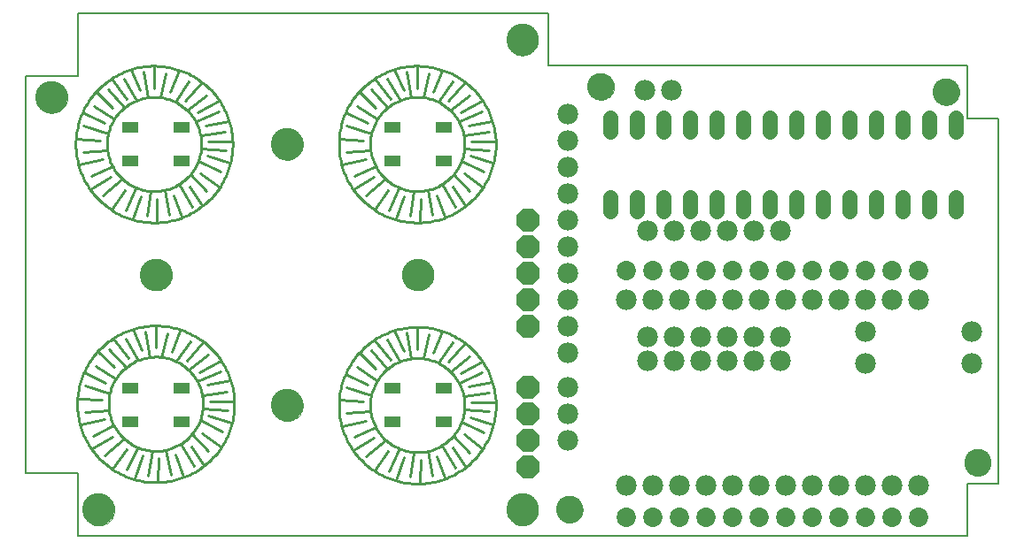
<source format=gts>
G75*
%MOIN*%
%OFA0B0*%
%FSLAX24Y24*%
%IPPOS*%
%LPD*%
%AMOC8*
5,1,8,0,0,1.08239X$1,22.5*
%
%ADD10C,0.0000*%
%ADD11C,0.1221*%
%ADD12C,0.1024*%
%ADD13C,0.0080*%
%ADD14C,0.0100*%
%ADD15OC8,0.0890*%
%ADD16R,0.0631X0.0434*%
%ADD17C,0.0560*%
%ADD18C,0.0780*%
%ADD19C,0.0730*%
D10*
X002665Y001484D02*
X002667Y001532D01*
X002673Y001580D01*
X002683Y001627D01*
X002696Y001673D01*
X002714Y001718D01*
X002734Y001762D01*
X002759Y001804D01*
X002787Y001843D01*
X002817Y001880D01*
X002851Y001914D01*
X002888Y001946D01*
X002926Y001975D01*
X002967Y002000D01*
X003010Y002022D01*
X003055Y002040D01*
X003101Y002054D01*
X003148Y002065D01*
X003196Y002072D01*
X003244Y002075D01*
X003292Y002074D01*
X003340Y002069D01*
X003388Y002060D01*
X003434Y002048D01*
X003479Y002031D01*
X003523Y002011D01*
X003565Y001988D01*
X003605Y001961D01*
X003643Y001931D01*
X003678Y001898D01*
X003710Y001862D01*
X003740Y001824D01*
X003766Y001783D01*
X003788Y001740D01*
X003808Y001696D01*
X003823Y001651D01*
X003835Y001604D01*
X003843Y001556D01*
X003847Y001508D01*
X003847Y001460D01*
X003843Y001412D01*
X003835Y001364D01*
X003823Y001317D01*
X003808Y001272D01*
X003788Y001228D01*
X003766Y001185D01*
X003740Y001144D01*
X003710Y001106D01*
X003678Y001070D01*
X003643Y001037D01*
X003605Y001007D01*
X003565Y000980D01*
X003523Y000957D01*
X003479Y000937D01*
X003434Y000920D01*
X003388Y000908D01*
X003340Y000899D01*
X003292Y000894D01*
X003244Y000893D01*
X003196Y000896D01*
X003148Y000903D01*
X003101Y000914D01*
X003055Y000928D01*
X003010Y000946D01*
X002967Y000968D01*
X002926Y000993D01*
X002888Y001022D01*
X002851Y001054D01*
X002817Y001088D01*
X002787Y001125D01*
X002759Y001164D01*
X002734Y001206D01*
X002714Y001250D01*
X002696Y001295D01*
X002683Y001341D01*
X002673Y001388D01*
X002667Y001436D01*
X002665Y001484D01*
X009752Y005421D02*
X009754Y005469D01*
X009760Y005517D01*
X009770Y005564D01*
X009783Y005610D01*
X009801Y005655D01*
X009821Y005699D01*
X009846Y005741D01*
X009874Y005780D01*
X009904Y005817D01*
X009938Y005851D01*
X009975Y005883D01*
X010013Y005912D01*
X010054Y005937D01*
X010097Y005959D01*
X010142Y005977D01*
X010188Y005991D01*
X010235Y006002D01*
X010283Y006009D01*
X010331Y006012D01*
X010379Y006011D01*
X010427Y006006D01*
X010475Y005997D01*
X010521Y005985D01*
X010566Y005968D01*
X010610Y005948D01*
X010652Y005925D01*
X010692Y005898D01*
X010730Y005868D01*
X010765Y005835D01*
X010797Y005799D01*
X010827Y005761D01*
X010853Y005720D01*
X010875Y005677D01*
X010895Y005633D01*
X010910Y005588D01*
X010922Y005541D01*
X010930Y005493D01*
X010934Y005445D01*
X010934Y005397D01*
X010930Y005349D01*
X010922Y005301D01*
X010910Y005254D01*
X010895Y005209D01*
X010875Y005165D01*
X010853Y005122D01*
X010827Y005081D01*
X010797Y005043D01*
X010765Y005007D01*
X010730Y004974D01*
X010692Y004944D01*
X010652Y004917D01*
X010610Y004894D01*
X010566Y004874D01*
X010521Y004857D01*
X010475Y004845D01*
X010427Y004836D01*
X010379Y004831D01*
X010331Y004830D01*
X010283Y004833D01*
X010235Y004840D01*
X010188Y004851D01*
X010142Y004865D01*
X010097Y004883D01*
X010054Y004905D01*
X010013Y004930D01*
X009975Y004959D01*
X009938Y004991D01*
X009904Y005025D01*
X009874Y005062D01*
X009846Y005101D01*
X009821Y005143D01*
X009801Y005187D01*
X009783Y005232D01*
X009770Y005278D01*
X009760Y005325D01*
X009754Y005373D01*
X009752Y005421D01*
X004830Y010343D02*
X004832Y010391D01*
X004838Y010439D01*
X004848Y010486D01*
X004861Y010532D01*
X004879Y010577D01*
X004899Y010621D01*
X004924Y010663D01*
X004952Y010702D01*
X004982Y010739D01*
X005016Y010773D01*
X005053Y010805D01*
X005091Y010834D01*
X005132Y010859D01*
X005175Y010881D01*
X005220Y010899D01*
X005266Y010913D01*
X005313Y010924D01*
X005361Y010931D01*
X005409Y010934D01*
X005457Y010933D01*
X005505Y010928D01*
X005553Y010919D01*
X005599Y010907D01*
X005644Y010890D01*
X005688Y010870D01*
X005730Y010847D01*
X005770Y010820D01*
X005808Y010790D01*
X005843Y010757D01*
X005875Y010721D01*
X005905Y010683D01*
X005931Y010642D01*
X005953Y010599D01*
X005973Y010555D01*
X005988Y010510D01*
X006000Y010463D01*
X006008Y010415D01*
X006012Y010367D01*
X006012Y010319D01*
X006008Y010271D01*
X006000Y010223D01*
X005988Y010176D01*
X005973Y010131D01*
X005953Y010087D01*
X005931Y010044D01*
X005905Y010003D01*
X005875Y009965D01*
X005843Y009929D01*
X005808Y009896D01*
X005770Y009866D01*
X005730Y009839D01*
X005688Y009816D01*
X005644Y009796D01*
X005599Y009779D01*
X005553Y009767D01*
X005505Y009758D01*
X005457Y009753D01*
X005409Y009752D01*
X005361Y009755D01*
X005313Y009762D01*
X005266Y009773D01*
X005220Y009787D01*
X005175Y009805D01*
X005132Y009827D01*
X005091Y009852D01*
X005053Y009881D01*
X005016Y009913D01*
X004982Y009947D01*
X004952Y009984D01*
X004924Y010023D01*
X004899Y010065D01*
X004879Y010109D01*
X004861Y010154D01*
X004848Y010200D01*
X004838Y010247D01*
X004832Y010295D01*
X004830Y010343D01*
X009752Y015264D02*
X009754Y015312D01*
X009760Y015360D01*
X009770Y015407D01*
X009783Y015453D01*
X009801Y015498D01*
X009821Y015542D01*
X009846Y015584D01*
X009874Y015623D01*
X009904Y015660D01*
X009938Y015694D01*
X009975Y015726D01*
X010013Y015755D01*
X010054Y015780D01*
X010097Y015802D01*
X010142Y015820D01*
X010188Y015834D01*
X010235Y015845D01*
X010283Y015852D01*
X010331Y015855D01*
X010379Y015854D01*
X010427Y015849D01*
X010475Y015840D01*
X010521Y015828D01*
X010566Y015811D01*
X010610Y015791D01*
X010652Y015768D01*
X010692Y015741D01*
X010730Y015711D01*
X010765Y015678D01*
X010797Y015642D01*
X010827Y015604D01*
X010853Y015563D01*
X010875Y015520D01*
X010895Y015476D01*
X010910Y015431D01*
X010922Y015384D01*
X010930Y015336D01*
X010934Y015288D01*
X010934Y015240D01*
X010930Y015192D01*
X010922Y015144D01*
X010910Y015097D01*
X010895Y015052D01*
X010875Y015008D01*
X010853Y014965D01*
X010827Y014924D01*
X010797Y014886D01*
X010765Y014850D01*
X010730Y014817D01*
X010692Y014787D01*
X010652Y014760D01*
X010610Y014737D01*
X010566Y014717D01*
X010521Y014700D01*
X010475Y014688D01*
X010427Y014679D01*
X010379Y014674D01*
X010331Y014673D01*
X010283Y014676D01*
X010235Y014683D01*
X010188Y014694D01*
X010142Y014708D01*
X010097Y014726D01*
X010054Y014748D01*
X010013Y014773D01*
X009975Y014802D01*
X009938Y014834D01*
X009904Y014868D01*
X009874Y014905D01*
X009846Y014944D01*
X009821Y014986D01*
X009801Y015030D01*
X009783Y015075D01*
X009770Y015121D01*
X009760Y015168D01*
X009754Y015216D01*
X009752Y015264D01*
X000893Y017035D02*
X000895Y017083D01*
X000901Y017131D01*
X000911Y017178D01*
X000924Y017224D01*
X000942Y017269D01*
X000962Y017313D01*
X000987Y017355D01*
X001015Y017394D01*
X001045Y017431D01*
X001079Y017465D01*
X001116Y017497D01*
X001154Y017526D01*
X001195Y017551D01*
X001238Y017573D01*
X001283Y017591D01*
X001329Y017605D01*
X001376Y017616D01*
X001424Y017623D01*
X001472Y017626D01*
X001520Y017625D01*
X001568Y017620D01*
X001616Y017611D01*
X001662Y017599D01*
X001707Y017582D01*
X001751Y017562D01*
X001793Y017539D01*
X001833Y017512D01*
X001871Y017482D01*
X001906Y017449D01*
X001938Y017413D01*
X001968Y017375D01*
X001994Y017334D01*
X002016Y017291D01*
X002036Y017247D01*
X002051Y017202D01*
X002063Y017155D01*
X002071Y017107D01*
X002075Y017059D01*
X002075Y017011D01*
X002071Y016963D01*
X002063Y016915D01*
X002051Y016868D01*
X002036Y016823D01*
X002016Y016779D01*
X001994Y016736D01*
X001968Y016695D01*
X001938Y016657D01*
X001906Y016621D01*
X001871Y016588D01*
X001833Y016558D01*
X001793Y016531D01*
X001751Y016508D01*
X001707Y016488D01*
X001662Y016471D01*
X001616Y016459D01*
X001568Y016450D01*
X001520Y016445D01*
X001472Y016444D01*
X001424Y016447D01*
X001376Y016454D01*
X001329Y016465D01*
X001283Y016479D01*
X001238Y016497D01*
X001195Y016519D01*
X001154Y016544D01*
X001116Y016573D01*
X001079Y016605D01*
X001045Y016639D01*
X001015Y016676D01*
X000987Y016715D01*
X000962Y016757D01*
X000942Y016801D01*
X000924Y016846D01*
X000911Y016892D01*
X000901Y016939D01*
X000895Y016987D01*
X000893Y017035D01*
X014673Y010343D02*
X014675Y010391D01*
X014681Y010439D01*
X014691Y010486D01*
X014704Y010532D01*
X014722Y010577D01*
X014742Y010621D01*
X014767Y010663D01*
X014795Y010702D01*
X014825Y010739D01*
X014859Y010773D01*
X014896Y010805D01*
X014934Y010834D01*
X014975Y010859D01*
X015018Y010881D01*
X015063Y010899D01*
X015109Y010913D01*
X015156Y010924D01*
X015204Y010931D01*
X015252Y010934D01*
X015300Y010933D01*
X015348Y010928D01*
X015396Y010919D01*
X015442Y010907D01*
X015487Y010890D01*
X015531Y010870D01*
X015573Y010847D01*
X015613Y010820D01*
X015651Y010790D01*
X015686Y010757D01*
X015718Y010721D01*
X015748Y010683D01*
X015774Y010642D01*
X015796Y010599D01*
X015816Y010555D01*
X015831Y010510D01*
X015843Y010463D01*
X015851Y010415D01*
X015855Y010367D01*
X015855Y010319D01*
X015851Y010271D01*
X015843Y010223D01*
X015831Y010176D01*
X015816Y010131D01*
X015796Y010087D01*
X015774Y010044D01*
X015748Y010003D01*
X015718Y009965D01*
X015686Y009929D01*
X015651Y009896D01*
X015613Y009866D01*
X015573Y009839D01*
X015531Y009816D01*
X015487Y009796D01*
X015442Y009779D01*
X015396Y009767D01*
X015348Y009758D01*
X015300Y009753D01*
X015252Y009752D01*
X015204Y009755D01*
X015156Y009762D01*
X015109Y009773D01*
X015063Y009787D01*
X015018Y009805D01*
X014975Y009827D01*
X014934Y009852D01*
X014896Y009881D01*
X014859Y009913D01*
X014825Y009947D01*
X014795Y009984D01*
X014767Y010023D01*
X014742Y010065D01*
X014722Y010109D01*
X014704Y010154D01*
X014691Y010200D01*
X014681Y010247D01*
X014675Y010295D01*
X014673Y010343D01*
X021662Y017429D02*
X021664Y017473D01*
X021670Y017517D01*
X021680Y017560D01*
X021693Y017602D01*
X021711Y017642D01*
X021732Y017681D01*
X021756Y017718D01*
X021783Y017753D01*
X021814Y017785D01*
X021847Y017814D01*
X021883Y017840D01*
X021921Y017862D01*
X021961Y017881D01*
X022002Y017897D01*
X022045Y017909D01*
X022088Y017917D01*
X022132Y017921D01*
X022176Y017921D01*
X022220Y017917D01*
X022263Y017909D01*
X022306Y017897D01*
X022347Y017881D01*
X022387Y017862D01*
X022425Y017840D01*
X022461Y017814D01*
X022494Y017785D01*
X022525Y017753D01*
X022552Y017718D01*
X022576Y017681D01*
X022597Y017642D01*
X022615Y017602D01*
X022628Y017560D01*
X022638Y017517D01*
X022644Y017473D01*
X022646Y017429D01*
X022644Y017385D01*
X022638Y017341D01*
X022628Y017298D01*
X022615Y017256D01*
X022597Y017216D01*
X022576Y017177D01*
X022552Y017140D01*
X022525Y017105D01*
X022494Y017073D01*
X022461Y017044D01*
X022425Y017018D01*
X022387Y016996D01*
X022347Y016977D01*
X022306Y016961D01*
X022263Y016949D01*
X022220Y016941D01*
X022176Y016937D01*
X022132Y016937D01*
X022088Y016941D01*
X022045Y016949D01*
X022002Y016961D01*
X021961Y016977D01*
X021921Y016996D01*
X021883Y017018D01*
X021847Y017044D01*
X021814Y017073D01*
X021783Y017105D01*
X021756Y017140D01*
X021732Y017177D01*
X021711Y017216D01*
X021693Y017256D01*
X021680Y017298D01*
X021670Y017341D01*
X021664Y017385D01*
X021662Y017429D01*
X018610Y019201D02*
X018612Y019249D01*
X018618Y019297D01*
X018628Y019344D01*
X018641Y019390D01*
X018659Y019435D01*
X018679Y019479D01*
X018704Y019521D01*
X018732Y019560D01*
X018762Y019597D01*
X018796Y019631D01*
X018833Y019663D01*
X018871Y019692D01*
X018912Y019717D01*
X018955Y019739D01*
X019000Y019757D01*
X019046Y019771D01*
X019093Y019782D01*
X019141Y019789D01*
X019189Y019792D01*
X019237Y019791D01*
X019285Y019786D01*
X019333Y019777D01*
X019379Y019765D01*
X019424Y019748D01*
X019468Y019728D01*
X019510Y019705D01*
X019550Y019678D01*
X019588Y019648D01*
X019623Y019615D01*
X019655Y019579D01*
X019685Y019541D01*
X019711Y019500D01*
X019733Y019457D01*
X019753Y019413D01*
X019768Y019368D01*
X019780Y019321D01*
X019788Y019273D01*
X019792Y019225D01*
X019792Y019177D01*
X019788Y019129D01*
X019780Y019081D01*
X019768Y019034D01*
X019753Y018989D01*
X019733Y018945D01*
X019711Y018902D01*
X019685Y018861D01*
X019655Y018823D01*
X019623Y018787D01*
X019588Y018754D01*
X019550Y018724D01*
X019510Y018697D01*
X019468Y018674D01*
X019424Y018654D01*
X019379Y018637D01*
X019333Y018625D01*
X019285Y018616D01*
X019237Y018611D01*
X019189Y018610D01*
X019141Y018613D01*
X019093Y018620D01*
X019046Y018631D01*
X019000Y018645D01*
X018955Y018663D01*
X018912Y018685D01*
X018871Y018710D01*
X018833Y018739D01*
X018796Y018771D01*
X018762Y018805D01*
X018732Y018842D01*
X018704Y018881D01*
X018679Y018923D01*
X018659Y018967D01*
X018641Y019012D01*
X018628Y019058D01*
X018618Y019105D01*
X018612Y019153D01*
X018610Y019201D01*
X034654Y017232D02*
X034656Y017276D01*
X034662Y017320D01*
X034672Y017363D01*
X034685Y017405D01*
X034703Y017445D01*
X034724Y017484D01*
X034748Y017521D01*
X034775Y017556D01*
X034806Y017588D01*
X034839Y017617D01*
X034875Y017643D01*
X034913Y017665D01*
X034953Y017684D01*
X034994Y017700D01*
X035037Y017712D01*
X035080Y017720D01*
X035124Y017724D01*
X035168Y017724D01*
X035212Y017720D01*
X035255Y017712D01*
X035298Y017700D01*
X035339Y017684D01*
X035379Y017665D01*
X035417Y017643D01*
X035453Y017617D01*
X035486Y017588D01*
X035517Y017556D01*
X035544Y017521D01*
X035568Y017484D01*
X035589Y017445D01*
X035607Y017405D01*
X035620Y017363D01*
X035630Y017320D01*
X035636Y017276D01*
X035638Y017232D01*
X035636Y017188D01*
X035630Y017144D01*
X035620Y017101D01*
X035607Y017059D01*
X035589Y017019D01*
X035568Y016980D01*
X035544Y016943D01*
X035517Y016908D01*
X035486Y016876D01*
X035453Y016847D01*
X035417Y016821D01*
X035379Y016799D01*
X035339Y016780D01*
X035298Y016764D01*
X035255Y016752D01*
X035212Y016744D01*
X035168Y016740D01*
X035124Y016740D01*
X035080Y016744D01*
X035037Y016752D01*
X034994Y016764D01*
X034953Y016780D01*
X034913Y016799D01*
X034875Y016821D01*
X034839Y016847D01*
X034806Y016876D01*
X034775Y016908D01*
X034748Y016943D01*
X034724Y016980D01*
X034703Y017019D01*
X034685Y017059D01*
X034672Y017101D01*
X034662Y017144D01*
X034656Y017188D01*
X034654Y017232D01*
X035835Y003256D02*
X035837Y003300D01*
X035843Y003344D01*
X035853Y003387D01*
X035866Y003429D01*
X035884Y003469D01*
X035905Y003508D01*
X035929Y003545D01*
X035956Y003580D01*
X035987Y003612D01*
X036020Y003641D01*
X036056Y003667D01*
X036094Y003689D01*
X036134Y003708D01*
X036175Y003724D01*
X036218Y003736D01*
X036261Y003744D01*
X036305Y003748D01*
X036349Y003748D01*
X036393Y003744D01*
X036436Y003736D01*
X036479Y003724D01*
X036520Y003708D01*
X036560Y003689D01*
X036598Y003667D01*
X036634Y003641D01*
X036667Y003612D01*
X036698Y003580D01*
X036725Y003545D01*
X036749Y003508D01*
X036770Y003469D01*
X036788Y003429D01*
X036801Y003387D01*
X036811Y003344D01*
X036817Y003300D01*
X036819Y003256D01*
X036817Y003212D01*
X036811Y003168D01*
X036801Y003125D01*
X036788Y003083D01*
X036770Y003043D01*
X036749Y003004D01*
X036725Y002967D01*
X036698Y002932D01*
X036667Y002900D01*
X036634Y002871D01*
X036598Y002845D01*
X036560Y002823D01*
X036520Y002804D01*
X036479Y002788D01*
X036436Y002776D01*
X036393Y002768D01*
X036349Y002764D01*
X036305Y002764D01*
X036261Y002768D01*
X036218Y002776D01*
X036175Y002788D01*
X036134Y002804D01*
X036094Y002823D01*
X036056Y002845D01*
X036020Y002871D01*
X035987Y002900D01*
X035956Y002932D01*
X035929Y002967D01*
X035905Y003004D01*
X035884Y003043D01*
X035866Y003083D01*
X035853Y003125D01*
X035843Y003168D01*
X035837Y003212D01*
X035835Y003256D01*
X020480Y001484D02*
X020482Y001528D01*
X020488Y001572D01*
X020498Y001615D01*
X020511Y001657D01*
X020529Y001697D01*
X020550Y001736D01*
X020574Y001773D01*
X020601Y001808D01*
X020632Y001840D01*
X020665Y001869D01*
X020701Y001895D01*
X020739Y001917D01*
X020779Y001936D01*
X020820Y001952D01*
X020863Y001964D01*
X020906Y001972D01*
X020950Y001976D01*
X020994Y001976D01*
X021038Y001972D01*
X021081Y001964D01*
X021124Y001952D01*
X021165Y001936D01*
X021205Y001917D01*
X021243Y001895D01*
X021279Y001869D01*
X021312Y001840D01*
X021343Y001808D01*
X021370Y001773D01*
X021394Y001736D01*
X021415Y001697D01*
X021433Y001657D01*
X021446Y001615D01*
X021456Y001572D01*
X021462Y001528D01*
X021464Y001484D01*
X021462Y001440D01*
X021456Y001396D01*
X021446Y001353D01*
X021433Y001311D01*
X021415Y001271D01*
X021394Y001232D01*
X021370Y001195D01*
X021343Y001160D01*
X021312Y001128D01*
X021279Y001099D01*
X021243Y001073D01*
X021205Y001051D01*
X021165Y001032D01*
X021124Y001016D01*
X021081Y001004D01*
X021038Y000996D01*
X020994Y000992D01*
X020950Y000992D01*
X020906Y000996D01*
X020863Y001004D01*
X020820Y001016D01*
X020779Y001032D01*
X020739Y001051D01*
X020701Y001073D01*
X020665Y001099D01*
X020632Y001128D01*
X020601Y001160D01*
X020574Y001195D01*
X020550Y001232D01*
X020529Y001271D01*
X020511Y001311D01*
X020498Y001353D01*
X020488Y001396D01*
X020482Y001440D01*
X020480Y001484D01*
X018610Y001484D02*
X018612Y001532D01*
X018618Y001580D01*
X018628Y001627D01*
X018641Y001673D01*
X018659Y001718D01*
X018679Y001762D01*
X018704Y001804D01*
X018732Y001843D01*
X018762Y001880D01*
X018796Y001914D01*
X018833Y001946D01*
X018871Y001975D01*
X018912Y002000D01*
X018955Y002022D01*
X019000Y002040D01*
X019046Y002054D01*
X019093Y002065D01*
X019141Y002072D01*
X019189Y002075D01*
X019237Y002074D01*
X019285Y002069D01*
X019333Y002060D01*
X019379Y002048D01*
X019424Y002031D01*
X019468Y002011D01*
X019510Y001988D01*
X019550Y001961D01*
X019588Y001931D01*
X019623Y001898D01*
X019655Y001862D01*
X019685Y001824D01*
X019711Y001783D01*
X019733Y001740D01*
X019753Y001696D01*
X019768Y001651D01*
X019780Y001604D01*
X019788Y001556D01*
X019792Y001508D01*
X019792Y001460D01*
X019788Y001412D01*
X019780Y001364D01*
X019768Y001317D01*
X019753Y001272D01*
X019733Y001228D01*
X019711Y001185D01*
X019685Y001144D01*
X019655Y001106D01*
X019623Y001070D01*
X019588Y001037D01*
X019550Y001007D01*
X019510Y000980D01*
X019468Y000957D01*
X019424Y000937D01*
X019379Y000920D01*
X019333Y000908D01*
X019285Y000899D01*
X019237Y000894D01*
X019189Y000893D01*
X019141Y000896D01*
X019093Y000903D01*
X019046Y000914D01*
X019000Y000928D01*
X018955Y000946D01*
X018912Y000968D01*
X018871Y000993D01*
X018833Y001022D01*
X018796Y001054D01*
X018762Y001088D01*
X018732Y001125D01*
X018704Y001164D01*
X018679Y001206D01*
X018659Y001250D01*
X018641Y001295D01*
X018628Y001341D01*
X018618Y001388D01*
X018612Y001436D01*
X018610Y001484D01*
D11*
X019201Y001484D03*
X010343Y005421D03*
X003256Y001484D03*
X005421Y010343D03*
X010343Y015264D03*
X001484Y017035D03*
X015264Y010343D03*
X019201Y019201D03*
D12*
X022154Y017429D03*
X035146Y017232D03*
X036327Y003256D03*
X020972Y001484D03*
D13*
X002469Y000500D02*
X002469Y002862D01*
X000500Y002862D01*
X000500Y017823D01*
X002469Y017823D01*
X002469Y020185D01*
X020185Y020185D01*
X020185Y018217D01*
X035933Y018217D01*
X035933Y016248D01*
X037114Y016248D01*
X037114Y002469D01*
X035933Y002469D01*
X035933Y000500D01*
X002469Y000500D01*
D14*
X005490Y002542D02*
X005517Y003420D01*
X004895Y003522D02*
X004596Y002664D01*
X004324Y002987D02*
X004714Y003798D01*
X004317Y003751D02*
X003789Y003022D01*
X003466Y003534D02*
X004202Y004156D01*
X003761Y004239D02*
X002994Y003786D01*
X003037Y004282D02*
X003824Y004652D01*
X003478Y004893D02*
X002580Y004692D01*
X002742Y005176D02*
X003647Y005235D01*
X003364Y005617D02*
X002462Y005672D01*
X002730Y006156D02*
X003663Y005857D01*
X003521Y006259D02*
X002710Y006664D01*
X003131Y006912D02*
X003864Y006428D01*
X003828Y006849D02*
X003230Y007444D01*
X003655Y007534D02*
X004269Y006857D01*
X004383Y007188D02*
X003813Y007928D01*
X004281Y007944D02*
X004718Y007164D01*
X004883Y007511D02*
X004545Y008286D01*
X005013Y008207D02*
X005175Y007235D01*
X005403Y007585D02*
X005403Y008420D01*
X005836Y008144D02*
X005624Y007247D01*
X005994Y007448D02*
X006324Y008243D01*
X006718Y007837D02*
X006191Y007085D01*
X006572Y007101D02*
X007187Y007802D01*
X007376Y007322D02*
X006659Y006759D01*
X007033Y006672D02*
X007832Y007101D01*
X007844Y006711D02*
X006990Y006330D01*
X007328Y006188D02*
X008210Y006353D01*
X008084Y005936D02*
X007163Y005810D01*
X007439Y005578D02*
X008340Y005566D01*
X008108Y005239D02*
X007179Y005302D01*
X007391Y005030D02*
X008226Y004763D01*
X007907Y004440D02*
X007069Y004853D01*
X007151Y004377D02*
X007840Y003865D01*
X007376Y003692D02*
X006765Y004330D01*
X006730Y003873D02*
X007202Y003172D01*
X006832Y003117D02*
X006340Y003959D01*
X006131Y003550D02*
X006439Y002743D01*
X005970Y002810D02*
X005789Y003735D01*
X005261Y003696D02*
X005124Y002778D01*
X002450Y005471D02*
X002452Y005579D01*
X002458Y005688D01*
X002468Y005796D01*
X002482Y005903D01*
X002500Y006010D01*
X002521Y006117D01*
X002547Y006222D01*
X002577Y006327D01*
X002610Y006430D01*
X002647Y006532D01*
X002688Y006632D01*
X002732Y006731D01*
X002781Y006829D01*
X002832Y006924D01*
X002887Y007017D01*
X002946Y007109D01*
X003008Y007198D01*
X003073Y007285D01*
X003141Y007369D01*
X003212Y007451D01*
X003286Y007530D01*
X003363Y007606D01*
X003443Y007680D01*
X003526Y007750D01*
X003611Y007818D01*
X003698Y007882D01*
X003788Y007943D01*
X003880Y008001D01*
X003974Y008055D01*
X004070Y008106D01*
X004167Y008153D01*
X004267Y008197D01*
X004368Y008237D01*
X004470Y008273D01*
X004573Y008305D01*
X004678Y008334D01*
X004784Y008358D01*
X004890Y008379D01*
X004997Y008396D01*
X005105Y008409D01*
X005213Y008418D01*
X005322Y008423D01*
X005430Y008424D01*
X005539Y008421D01*
X005647Y008414D01*
X005755Y008403D01*
X005862Y008388D01*
X005969Y008369D01*
X006075Y008346D01*
X006180Y008320D01*
X006285Y008289D01*
X006387Y008255D01*
X006489Y008217D01*
X006589Y008175D01*
X006688Y008130D01*
X006785Y008081D01*
X006879Y008028D01*
X006972Y007972D01*
X007063Y007913D01*
X007152Y007850D01*
X007238Y007785D01*
X007322Y007716D01*
X007403Y007644D01*
X007481Y007569D01*
X007557Y007491D01*
X007630Y007410D01*
X007700Y007327D01*
X007766Y007242D01*
X007830Y007154D01*
X007890Y007063D01*
X007947Y006971D01*
X008000Y006876D01*
X008050Y006780D01*
X008096Y006682D01*
X008139Y006582D01*
X008178Y006481D01*
X008213Y006378D01*
X008245Y006275D01*
X008272Y006170D01*
X008296Y006064D01*
X008316Y005957D01*
X008332Y005850D01*
X008344Y005742D01*
X008352Y005634D01*
X008356Y005525D01*
X008356Y005417D01*
X008352Y005308D01*
X008344Y005200D01*
X008332Y005092D01*
X008316Y004985D01*
X008296Y004878D01*
X008272Y004772D01*
X008245Y004667D01*
X008213Y004564D01*
X008178Y004461D01*
X008139Y004360D01*
X008096Y004260D01*
X008050Y004162D01*
X008000Y004066D01*
X007947Y003971D01*
X007890Y003879D01*
X007830Y003788D01*
X007766Y003700D01*
X007700Y003615D01*
X007630Y003532D01*
X007557Y003451D01*
X007481Y003373D01*
X007403Y003298D01*
X007322Y003226D01*
X007238Y003157D01*
X007152Y003092D01*
X007063Y003029D01*
X006972Y002970D01*
X006880Y002914D01*
X006785Y002861D01*
X006688Y002812D01*
X006589Y002767D01*
X006489Y002725D01*
X006387Y002687D01*
X006285Y002653D01*
X006180Y002622D01*
X006075Y002596D01*
X005969Y002573D01*
X005862Y002554D01*
X005755Y002539D01*
X005647Y002528D01*
X005539Y002521D01*
X005430Y002518D01*
X005322Y002519D01*
X005213Y002524D01*
X005105Y002533D01*
X004997Y002546D01*
X004890Y002563D01*
X004784Y002584D01*
X004678Y002608D01*
X004573Y002637D01*
X004470Y002669D01*
X004368Y002705D01*
X004267Y002745D01*
X004167Y002789D01*
X004070Y002836D01*
X003974Y002887D01*
X003880Y002941D01*
X003788Y002999D01*
X003698Y003060D01*
X003611Y003124D01*
X003526Y003192D01*
X003443Y003262D01*
X003363Y003336D01*
X003286Y003412D01*
X003212Y003491D01*
X003141Y003573D01*
X003073Y003657D01*
X003008Y003744D01*
X002946Y003833D01*
X002887Y003925D01*
X002832Y004018D01*
X002781Y004113D01*
X002732Y004211D01*
X002688Y004310D01*
X002647Y004410D01*
X002610Y004512D01*
X002577Y004615D01*
X002547Y004720D01*
X002521Y004825D01*
X002500Y004932D01*
X002482Y005039D01*
X002468Y005146D01*
X002458Y005254D01*
X002452Y005363D01*
X002450Y005471D01*
X003627Y005475D02*
X003629Y005559D01*
X003635Y005643D01*
X003645Y005726D01*
X003659Y005809D01*
X003676Y005891D01*
X003698Y005972D01*
X003723Y006052D01*
X003752Y006130D01*
X003785Y006208D01*
X003822Y006283D01*
X003861Y006357D01*
X003905Y006429D01*
X003952Y006498D01*
X004001Y006566D01*
X004055Y006631D01*
X004111Y006693D01*
X004170Y006753D01*
X004231Y006810D01*
X004296Y006864D01*
X004362Y006914D01*
X004432Y006962D01*
X004503Y007006D01*
X004576Y007047D01*
X004651Y007084D01*
X004728Y007118D01*
X004807Y007148D01*
X004886Y007174D01*
X004967Y007197D01*
X005049Y007215D01*
X005131Y007230D01*
X005215Y007241D01*
X005298Y007248D01*
X005382Y007251D01*
X005466Y007250D01*
X005550Y007245D01*
X005633Y007236D01*
X005716Y007223D01*
X005798Y007206D01*
X005880Y007186D01*
X005960Y007161D01*
X006039Y007133D01*
X006116Y007101D01*
X006192Y007066D01*
X006267Y007027D01*
X006339Y006984D01*
X006409Y006938D01*
X006477Y006889D01*
X006543Y006837D01*
X006606Y006782D01*
X006666Y006723D01*
X006724Y006662D01*
X006778Y006599D01*
X006830Y006532D01*
X006878Y006464D01*
X006923Y006393D01*
X006965Y006320D01*
X007003Y006246D01*
X007038Y006169D01*
X007069Y006091D01*
X007096Y006012D01*
X007119Y005931D01*
X007139Y005850D01*
X007155Y005767D01*
X007167Y005684D01*
X007175Y005601D01*
X007179Y005517D01*
X007179Y005433D01*
X007175Y005349D01*
X007167Y005266D01*
X007155Y005183D01*
X007139Y005100D01*
X007119Y005019D01*
X007096Y004938D01*
X007069Y004859D01*
X007038Y004781D01*
X007003Y004704D01*
X006965Y004630D01*
X006923Y004557D01*
X006878Y004486D01*
X006830Y004418D01*
X006778Y004351D01*
X006724Y004288D01*
X006666Y004227D01*
X006606Y004168D01*
X006543Y004113D01*
X006477Y004061D01*
X006409Y004012D01*
X006339Y003966D01*
X006267Y003923D01*
X006192Y003884D01*
X006116Y003849D01*
X006039Y003817D01*
X005960Y003789D01*
X005880Y003764D01*
X005798Y003744D01*
X005716Y003727D01*
X005633Y003714D01*
X005550Y003705D01*
X005466Y003700D01*
X005382Y003699D01*
X005298Y003702D01*
X005215Y003709D01*
X005131Y003720D01*
X005049Y003735D01*
X004967Y003753D01*
X004886Y003776D01*
X004807Y003802D01*
X004728Y003832D01*
X004651Y003866D01*
X004576Y003903D01*
X004503Y003944D01*
X004432Y003988D01*
X004362Y004036D01*
X004296Y004086D01*
X004231Y004140D01*
X004170Y004197D01*
X004111Y004257D01*
X004055Y004319D01*
X004001Y004384D01*
X003952Y004452D01*
X003905Y004521D01*
X003861Y004593D01*
X003822Y004667D01*
X003785Y004742D01*
X003752Y004820D01*
X003723Y004898D01*
X003698Y004978D01*
X003676Y005059D01*
X003659Y005141D01*
X003645Y005224D01*
X003635Y005307D01*
X003629Y005391D01*
X003627Y005475D01*
X012305Y005622D02*
X013206Y005567D01*
X013506Y005807D02*
X012572Y006106D01*
X012553Y006614D02*
X013364Y006209D01*
X013706Y006378D02*
X012974Y006862D01*
X013072Y007394D02*
X013671Y006799D01*
X014112Y006807D02*
X013498Y007484D01*
X013655Y007878D02*
X014226Y007138D01*
X014561Y007114D02*
X014124Y007894D01*
X014387Y008236D02*
X014726Y007461D01*
X015017Y007185D02*
X014856Y008157D01*
X015246Y008370D02*
X015246Y007535D01*
X015466Y007197D02*
X015679Y008094D01*
X016167Y008193D02*
X015836Y007398D01*
X016033Y007035D02*
X016561Y007787D01*
X017029Y007752D02*
X016415Y007051D01*
X016502Y006709D02*
X017218Y007272D01*
X017675Y007051D02*
X016876Y006622D01*
X016832Y006280D02*
X017687Y006661D01*
X018053Y006303D02*
X017171Y006138D01*
X017006Y005760D02*
X017927Y005886D01*
X018183Y005516D02*
X017281Y005528D01*
X017021Y005252D02*
X017950Y005189D01*
X018069Y004713D02*
X017234Y004980D01*
X016911Y004803D02*
X017750Y004390D01*
X017683Y003815D02*
X016994Y004327D01*
X016608Y004280D02*
X017218Y003642D01*
X017045Y003122D02*
X016572Y003823D01*
X016183Y003909D02*
X016675Y003067D01*
X016281Y002693D02*
X015974Y003500D01*
X015631Y003685D02*
X015813Y002760D01*
X015332Y002492D02*
X015360Y003370D01*
X015104Y003646D02*
X014966Y002728D01*
X014439Y002614D02*
X014738Y003472D01*
X014557Y003748D02*
X014167Y002937D01*
X013631Y002972D02*
X014159Y003701D01*
X014045Y004106D02*
X013309Y003484D01*
X012836Y003736D02*
X013604Y004189D01*
X013667Y004602D02*
X012880Y004232D01*
X012423Y004642D02*
X013320Y004843D01*
X013490Y005185D02*
X012584Y005126D01*
X012293Y005421D02*
X012295Y005529D01*
X012301Y005638D01*
X012311Y005746D01*
X012325Y005853D01*
X012343Y005960D01*
X012364Y006067D01*
X012390Y006172D01*
X012420Y006277D01*
X012453Y006380D01*
X012490Y006482D01*
X012531Y006582D01*
X012575Y006681D01*
X012624Y006779D01*
X012675Y006874D01*
X012730Y006967D01*
X012789Y007059D01*
X012851Y007148D01*
X012916Y007235D01*
X012984Y007319D01*
X013055Y007401D01*
X013129Y007480D01*
X013206Y007556D01*
X013286Y007630D01*
X013369Y007700D01*
X013454Y007768D01*
X013541Y007832D01*
X013631Y007893D01*
X013723Y007951D01*
X013817Y008005D01*
X013913Y008056D01*
X014010Y008103D01*
X014110Y008147D01*
X014211Y008187D01*
X014313Y008223D01*
X014416Y008255D01*
X014521Y008284D01*
X014627Y008308D01*
X014733Y008329D01*
X014840Y008346D01*
X014948Y008359D01*
X015056Y008368D01*
X015165Y008373D01*
X015273Y008374D01*
X015382Y008371D01*
X015490Y008364D01*
X015598Y008353D01*
X015705Y008338D01*
X015812Y008319D01*
X015918Y008296D01*
X016023Y008270D01*
X016128Y008239D01*
X016230Y008205D01*
X016332Y008167D01*
X016432Y008125D01*
X016531Y008080D01*
X016628Y008031D01*
X016722Y007978D01*
X016815Y007922D01*
X016906Y007863D01*
X016995Y007800D01*
X017081Y007735D01*
X017165Y007666D01*
X017246Y007594D01*
X017324Y007519D01*
X017400Y007441D01*
X017473Y007360D01*
X017543Y007277D01*
X017609Y007192D01*
X017673Y007104D01*
X017733Y007013D01*
X017790Y006921D01*
X017843Y006826D01*
X017893Y006730D01*
X017939Y006632D01*
X017982Y006532D01*
X018021Y006431D01*
X018056Y006328D01*
X018088Y006225D01*
X018115Y006120D01*
X018139Y006014D01*
X018159Y005907D01*
X018175Y005800D01*
X018187Y005692D01*
X018195Y005584D01*
X018199Y005475D01*
X018199Y005367D01*
X018195Y005258D01*
X018187Y005150D01*
X018175Y005042D01*
X018159Y004935D01*
X018139Y004828D01*
X018115Y004722D01*
X018088Y004617D01*
X018056Y004514D01*
X018021Y004411D01*
X017982Y004310D01*
X017939Y004210D01*
X017893Y004112D01*
X017843Y004016D01*
X017790Y003921D01*
X017733Y003829D01*
X017673Y003738D01*
X017609Y003650D01*
X017543Y003565D01*
X017473Y003482D01*
X017400Y003401D01*
X017324Y003323D01*
X017246Y003248D01*
X017165Y003176D01*
X017081Y003107D01*
X016995Y003042D01*
X016906Y002979D01*
X016815Y002920D01*
X016723Y002864D01*
X016628Y002811D01*
X016531Y002762D01*
X016432Y002717D01*
X016332Y002675D01*
X016230Y002637D01*
X016128Y002603D01*
X016023Y002572D01*
X015918Y002546D01*
X015812Y002523D01*
X015705Y002504D01*
X015598Y002489D01*
X015490Y002478D01*
X015382Y002471D01*
X015273Y002468D01*
X015165Y002469D01*
X015056Y002474D01*
X014948Y002483D01*
X014840Y002496D01*
X014733Y002513D01*
X014627Y002534D01*
X014521Y002558D01*
X014416Y002587D01*
X014313Y002619D01*
X014211Y002655D01*
X014110Y002695D01*
X014010Y002739D01*
X013913Y002786D01*
X013817Y002837D01*
X013723Y002891D01*
X013631Y002949D01*
X013541Y003010D01*
X013454Y003074D01*
X013369Y003142D01*
X013286Y003212D01*
X013206Y003286D01*
X013129Y003362D01*
X013055Y003441D01*
X012984Y003523D01*
X012916Y003607D01*
X012851Y003694D01*
X012789Y003783D01*
X012730Y003875D01*
X012675Y003968D01*
X012624Y004063D01*
X012575Y004161D01*
X012531Y004260D01*
X012490Y004360D01*
X012453Y004462D01*
X012420Y004565D01*
X012390Y004670D01*
X012364Y004775D01*
X012343Y004882D01*
X012325Y004989D01*
X012311Y005096D01*
X012301Y005204D01*
X012295Y005313D01*
X012293Y005421D01*
X013470Y005425D02*
X013472Y005509D01*
X013478Y005593D01*
X013488Y005676D01*
X013502Y005759D01*
X013519Y005841D01*
X013541Y005922D01*
X013566Y006002D01*
X013595Y006080D01*
X013628Y006158D01*
X013665Y006233D01*
X013704Y006307D01*
X013748Y006379D01*
X013795Y006448D01*
X013844Y006516D01*
X013898Y006581D01*
X013954Y006643D01*
X014013Y006703D01*
X014074Y006760D01*
X014139Y006814D01*
X014205Y006864D01*
X014275Y006912D01*
X014346Y006956D01*
X014419Y006997D01*
X014494Y007034D01*
X014571Y007068D01*
X014650Y007098D01*
X014729Y007124D01*
X014810Y007147D01*
X014892Y007165D01*
X014974Y007180D01*
X015058Y007191D01*
X015141Y007198D01*
X015225Y007201D01*
X015309Y007200D01*
X015393Y007195D01*
X015476Y007186D01*
X015559Y007173D01*
X015641Y007156D01*
X015723Y007136D01*
X015803Y007111D01*
X015882Y007083D01*
X015959Y007051D01*
X016035Y007016D01*
X016110Y006977D01*
X016182Y006934D01*
X016252Y006888D01*
X016320Y006839D01*
X016386Y006787D01*
X016449Y006732D01*
X016509Y006673D01*
X016567Y006612D01*
X016621Y006549D01*
X016673Y006482D01*
X016721Y006414D01*
X016766Y006343D01*
X016808Y006270D01*
X016846Y006196D01*
X016881Y006119D01*
X016912Y006041D01*
X016939Y005962D01*
X016962Y005881D01*
X016982Y005800D01*
X016998Y005717D01*
X017010Y005634D01*
X017018Y005551D01*
X017022Y005467D01*
X017022Y005383D01*
X017018Y005299D01*
X017010Y005216D01*
X016998Y005133D01*
X016982Y005050D01*
X016962Y004969D01*
X016939Y004888D01*
X016912Y004809D01*
X016881Y004731D01*
X016846Y004654D01*
X016808Y004580D01*
X016766Y004507D01*
X016721Y004436D01*
X016673Y004368D01*
X016621Y004301D01*
X016567Y004238D01*
X016509Y004177D01*
X016449Y004118D01*
X016386Y004063D01*
X016320Y004011D01*
X016252Y003962D01*
X016182Y003916D01*
X016110Y003873D01*
X016035Y003834D01*
X015959Y003799D01*
X015882Y003767D01*
X015803Y003739D01*
X015723Y003714D01*
X015641Y003694D01*
X015559Y003677D01*
X015476Y003664D01*
X015393Y003655D01*
X015309Y003650D01*
X015225Y003649D01*
X015141Y003652D01*
X015058Y003659D01*
X014974Y003670D01*
X014892Y003685D01*
X014810Y003703D01*
X014729Y003726D01*
X014650Y003752D01*
X014571Y003782D01*
X014494Y003816D01*
X014419Y003853D01*
X014346Y003894D01*
X014275Y003938D01*
X014205Y003986D01*
X014139Y004036D01*
X014074Y004090D01*
X014013Y004147D01*
X013954Y004207D01*
X013898Y004269D01*
X013844Y004334D01*
X013795Y004402D01*
X013748Y004471D01*
X013704Y004543D01*
X013665Y004617D01*
X013628Y004692D01*
X013595Y004770D01*
X013566Y004848D01*
X013541Y004928D01*
X013519Y005009D01*
X013502Y005091D01*
X013488Y005174D01*
X013478Y005257D01*
X013472Y005341D01*
X013470Y005425D01*
X015332Y012335D02*
X015360Y013213D01*
X015104Y013488D02*
X014966Y012571D01*
X014439Y012457D02*
X014738Y013315D01*
X014557Y013591D02*
X014167Y012780D01*
X013631Y012815D02*
X014159Y013543D01*
X014045Y013949D02*
X013309Y013327D01*
X012836Y013579D02*
X013604Y014031D01*
X013667Y014445D02*
X012880Y014075D01*
X012423Y014484D02*
X013320Y014685D01*
X013490Y015028D02*
X012584Y014969D01*
X012305Y015465D02*
X013206Y015409D01*
X013506Y015650D02*
X012572Y015949D01*
X012553Y016457D02*
X013364Y016051D01*
X013706Y016220D02*
X012974Y016705D01*
X013072Y017236D02*
X013671Y016642D01*
X014112Y016650D02*
X013498Y017327D01*
X013655Y017720D02*
X014226Y016980D01*
X014561Y016957D02*
X014124Y017736D01*
X014387Y018079D02*
X014726Y017303D01*
X015246Y017378D02*
X015246Y018213D01*
X014856Y018000D02*
X015017Y017028D01*
X015466Y017039D02*
X015679Y017937D01*
X016167Y018035D02*
X015836Y017240D01*
X016033Y016878D02*
X016561Y017630D01*
X017029Y017594D02*
X016415Y016894D01*
X016502Y016551D02*
X017218Y017114D01*
X017675Y016894D02*
X016876Y016465D01*
X016832Y016122D02*
X017687Y016504D01*
X018053Y016146D02*
X017171Y015980D01*
X017006Y015602D02*
X017927Y015728D01*
X018183Y015358D02*
X017281Y015370D01*
X017021Y015094D02*
X017950Y015031D01*
X018069Y014555D02*
X017234Y014823D01*
X016911Y014646D02*
X017750Y014232D01*
X017683Y013657D02*
X016994Y014169D01*
X016608Y014122D02*
X017218Y013484D01*
X017045Y012965D02*
X016572Y013665D01*
X016183Y013752D02*
X016675Y012909D01*
X016281Y012535D02*
X015974Y013343D01*
X015631Y013528D02*
X015813Y012602D01*
X012293Y015264D02*
X012295Y015372D01*
X012301Y015481D01*
X012311Y015589D01*
X012325Y015696D01*
X012343Y015803D01*
X012364Y015910D01*
X012390Y016015D01*
X012420Y016120D01*
X012453Y016223D01*
X012490Y016325D01*
X012531Y016425D01*
X012575Y016524D01*
X012624Y016622D01*
X012675Y016717D01*
X012730Y016810D01*
X012789Y016902D01*
X012851Y016991D01*
X012916Y017078D01*
X012984Y017162D01*
X013055Y017244D01*
X013129Y017323D01*
X013206Y017399D01*
X013286Y017473D01*
X013369Y017543D01*
X013454Y017611D01*
X013541Y017675D01*
X013631Y017736D01*
X013723Y017794D01*
X013817Y017848D01*
X013913Y017899D01*
X014010Y017946D01*
X014110Y017990D01*
X014211Y018030D01*
X014313Y018066D01*
X014416Y018098D01*
X014521Y018127D01*
X014627Y018151D01*
X014733Y018172D01*
X014840Y018189D01*
X014948Y018202D01*
X015056Y018211D01*
X015165Y018216D01*
X015273Y018217D01*
X015382Y018214D01*
X015490Y018207D01*
X015598Y018196D01*
X015705Y018181D01*
X015812Y018162D01*
X015918Y018139D01*
X016023Y018113D01*
X016128Y018082D01*
X016230Y018048D01*
X016332Y018010D01*
X016432Y017968D01*
X016531Y017923D01*
X016628Y017874D01*
X016722Y017821D01*
X016815Y017765D01*
X016906Y017706D01*
X016995Y017643D01*
X017081Y017578D01*
X017165Y017509D01*
X017246Y017437D01*
X017324Y017362D01*
X017400Y017284D01*
X017473Y017203D01*
X017543Y017120D01*
X017609Y017035D01*
X017673Y016947D01*
X017733Y016856D01*
X017790Y016764D01*
X017843Y016669D01*
X017893Y016573D01*
X017939Y016475D01*
X017982Y016375D01*
X018021Y016274D01*
X018056Y016171D01*
X018088Y016068D01*
X018115Y015963D01*
X018139Y015857D01*
X018159Y015750D01*
X018175Y015643D01*
X018187Y015535D01*
X018195Y015427D01*
X018199Y015318D01*
X018199Y015210D01*
X018195Y015101D01*
X018187Y014993D01*
X018175Y014885D01*
X018159Y014778D01*
X018139Y014671D01*
X018115Y014565D01*
X018088Y014460D01*
X018056Y014357D01*
X018021Y014254D01*
X017982Y014153D01*
X017939Y014053D01*
X017893Y013955D01*
X017843Y013859D01*
X017790Y013764D01*
X017733Y013672D01*
X017673Y013581D01*
X017609Y013493D01*
X017543Y013408D01*
X017473Y013325D01*
X017400Y013244D01*
X017324Y013166D01*
X017246Y013091D01*
X017165Y013019D01*
X017081Y012950D01*
X016995Y012885D01*
X016906Y012822D01*
X016815Y012763D01*
X016723Y012707D01*
X016628Y012654D01*
X016531Y012605D01*
X016432Y012560D01*
X016332Y012518D01*
X016230Y012480D01*
X016128Y012446D01*
X016023Y012415D01*
X015918Y012389D01*
X015812Y012366D01*
X015705Y012347D01*
X015598Y012332D01*
X015490Y012321D01*
X015382Y012314D01*
X015273Y012311D01*
X015165Y012312D01*
X015056Y012317D01*
X014948Y012326D01*
X014840Y012339D01*
X014733Y012356D01*
X014627Y012377D01*
X014521Y012401D01*
X014416Y012430D01*
X014313Y012462D01*
X014211Y012498D01*
X014110Y012538D01*
X014010Y012582D01*
X013913Y012629D01*
X013817Y012680D01*
X013723Y012734D01*
X013631Y012792D01*
X013541Y012853D01*
X013454Y012917D01*
X013369Y012985D01*
X013286Y013055D01*
X013206Y013129D01*
X013129Y013205D01*
X013055Y013284D01*
X012984Y013366D01*
X012916Y013450D01*
X012851Y013537D01*
X012789Y013626D01*
X012730Y013718D01*
X012675Y013811D01*
X012624Y013906D01*
X012575Y014004D01*
X012531Y014103D01*
X012490Y014203D01*
X012453Y014305D01*
X012420Y014408D01*
X012390Y014513D01*
X012364Y014618D01*
X012343Y014725D01*
X012325Y014832D01*
X012311Y014939D01*
X012301Y015047D01*
X012295Y015156D01*
X012293Y015264D01*
X013470Y015268D02*
X013472Y015352D01*
X013478Y015436D01*
X013488Y015519D01*
X013502Y015602D01*
X013519Y015684D01*
X013541Y015765D01*
X013566Y015845D01*
X013595Y015923D01*
X013628Y016001D01*
X013665Y016076D01*
X013704Y016150D01*
X013748Y016222D01*
X013795Y016291D01*
X013844Y016359D01*
X013898Y016424D01*
X013954Y016486D01*
X014013Y016546D01*
X014074Y016603D01*
X014139Y016657D01*
X014205Y016707D01*
X014275Y016755D01*
X014346Y016799D01*
X014419Y016840D01*
X014494Y016877D01*
X014571Y016911D01*
X014650Y016941D01*
X014729Y016967D01*
X014810Y016990D01*
X014892Y017008D01*
X014974Y017023D01*
X015058Y017034D01*
X015141Y017041D01*
X015225Y017044D01*
X015309Y017043D01*
X015393Y017038D01*
X015476Y017029D01*
X015559Y017016D01*
X015641Y016999D01*
X015723Y016979D01*
X015803Y016954D01*
X015882Y016926D01*
X015959Y016894D01*
X016035Y016859D01*
X016110Y016820D01*
X016182Y016777D01*
X016252Y016731D01*
X016320Y016682D01*
X016386Y016630D01*
X016449Y016575D01*
X016509Y016516D01*
X016567Y016455D01*
X016621Y016392D01*
X016673Y016325D01*
X016721Y016257D01*
X016766Y016186D01*
X016808Y016113D01*
X016846Y016039D01*
X016881Y015962D01*
X016912Y015884D01*
X016939Y015805D01*
X016962Y015724D01*
X016982Y015643D01*
X016998Y015560D01*
X017010Y015477D01*
X017018Y015394D01*
X017022Y015310D01*
X017022Y015226D01*
X017018Y015142D01*
X017010Y015059D01*
X016998Y014976D01*
X016982Y014893D01*
X016962Y014812D01*
X016939Y014731D01*
X016912Y014652D01*
X016881Y014574D01*
X016846Y014497D01*
X016808Y014423D01*
X016766Y014350D01*
X016721Y014279D01*
X016673Y014211D01*
X016621Y014144D01*
X016567Y014081D01*
X016509Y014020D01*
X016449Y013961D01*
X016386Y013906D01*
X016320Y013854D01*
X016252Y013805D01*
X016182Y013759D01*
X016110Y013716D01*
X016035Y013677D01*
X015959Y013642D01*
X015882Y013610D01*
X015803Y013582D01*
X015723Y013557D01*
X015641Y013537D01*
X015559Y013520D01*
X015476Y013507D01*
X015393Y013498D01*
X015309Y013493D01*
X015225Y013492D01*
X015141Y013495D01*
X015058Y013502D01*
X014974Y013513D01*
X014892Y013528D01*
X014810Y013546D01*
X014729Y013569D01*
X014650Y013595D01*
X014571Y013625D01*
X014494Y013659D01*
X014419Y013696D01*
X014346Y013737D01*
X014275Y013781D01*
X014205Y013829D01*
X014139Y013879D01*
X014074Y013933D01*
X014013Y013990D01*
X013954Y014050D01*
X013898Y014112D01*
X013844Y014177D01*
X013795Y014245D01*
X013748Y014314D01*
X013704Y014386D01*
X013665Y014460D01*
X013628Y014535D01*
X013595Y014613D01*
X013566Y014691D01*
X013541Y014771D01*
X013519Y014852D01*
X013502Y014934D01*
X013488Y015017D01*
X013478Y015100D01*
X013472Y015184D01*
X013470Y015268D01*
X008280Y015358D02*
X007378Y015370D01*
X007102Y015602D02*
X008024Y015728D01*
X008150Y016146D02*
X007268Y015980D01*
X006929Y016122D02*
X007783Y016504D01*
X007772Y016894D02*
X006972Y016465D01*
X006598Y016551D02*
X007315Y017114D01*
X007126Y017594D02*
X006512Y016894D01*
X006130Y016878D02*
X006657Y017630D01*
X006264Y018035D02*
X005933Y017240D01*
X005563Y017039D02*
X005776Y017937D01*
X005343Y018213D02*
X005343Y017378D01*
X005114Y017028D02*
X004953Y018000D01*
X004484Y018079D02*
X004823Y017303D01*
X004657Y016957D02*
X004220Y017736D01*
X003752Y017720D02*
X004323Y016980D01*
X004209Y016650D02*
X003594Y017327D01*
X003169Y017236D02*
X003768Y016642D01*
X003803Y016220D02*
X003071Y016705D01*
X002650Y016457D02*
X003461Y016051D01*
X003602Y015650D02*
X002669Y015949D01*
X002402Y015465D02*
X003303Y015409D01*
X003587Y015028D02*
X002681Y014969D01*
X002520Y014484D02*
X003417Y014685D01*
X003764Y014445D02*
X002976Y014075D01*
X002933Y013579D02*
X003701Y014031D01*
X004142Y013949D02*
X003406Y013327D01*
X003728Y012815D02*
X004256Y013543D01*
X004654Y013591D02*
X004264Y012780D01*
X004535Y012457D02*
X004835Y013315D01*
X005201Y013488D02*
X005063Y012571D01*
X005429Y012335D02*
X005457Y013213D01*
X005728Y013528D02*
X005909Y012602D01*
X006378Y012535D02*
X006071Y013343D01*
X006280Y013752D02*
X006772Y012909D01*
X007142Y012965D02*
X006669Y013665D01*
X006705Y014122D02*
X007315Y013484D01*
X007780Y013657D02*
X007091Y014169D01*
X007008Y014646D02*
X007846Y014232D01*
X008165Y014555D02*
X007331Y014823D01*
X007118Y015094D02*
X008047Y015031D01*
X002390Y015264D02*
X002392Y015372D01*
X002398Y015481D01*
X002408Y015589D01*
X002422Y015696D01*
X002440Y015803D01*
X002461Y015910D01*
X002487Y016015D01*
X002517Y016120D01*
X002550Y016223D01*
X002587Y016325D01*
X002628Y016425D01*
X002672Y016524D01*
X002721Y016622D01*
X002772Y016717D01*
X002827Y016810D01*
X002886Y016902D01*
X002948Y016991D01*
X003013Y017078D01*
X003081Y017162D01*
X003152Y017244D01*
X003226Y017323D01*
X003303Y017399D01*
X003383Y017473D01*
X003466Y017543D01*
X003551Y017611D01*
X003638Y017675D01*
X003728Y017736D01*
X003820Y017794D01*
X003914Y017848D01*
X004010Y017899D01*
X004107Y017946D01*
X004207Y017990D01*
X004308Y018030D01*
X004410Y018066D01*
X004513Y018098D01*
X004618Y018127D01*
X004724Y018151D01*
X004830Y018172D01*
X004937Y018189D01*
X005045Y018202D01*
X005153Y018211D01*
X005262Y018216D01*
X005370Y018217D01*
X005479Y018214D01*
X005587Y018207D01*
X005695Y018196D01*
X005802Y018181D01*
X005909Y018162D01*
X006015Y018139D01*
X006120Y018113D01*
X006225Y018082D01*
X006327Y018048D01*
X006429Y018010D01*
X006529Y017968D01*
X006628Y017923D01*
X006725Y017874D01*
X006819Y017821D01*
X006912Y017765D01*
X007003Y017706D01*
X007092Y017643D01*
X007178Y017578D01*
X007262Y017509D01*
X007343Y017437D01*
X007421Y017362D01*
X007497Y017284D01*
X007570Y017203D01*
X007640Y017120D01*
X007706Y017035D01*
X007770Y016947D01*
X007830Y016856D01*
X007887Y016764D01*
X007940Y016669D01*
X007990Y016573D01*
X008036Y016475D01*
X008079Y016375D01*
X008118Y016274D01*
X008153Y016171D01*
X008185Y016068D01*
X008212Y015963D01*
X008236Y015857D01*
X008256Y015750D01*
X008272Y015643D01*
X008284Y015535D01*
X008292Y015427D01*
X008296Y015318D01*
X008296Y015210D01*
X008292Y015101D01*
X008284Y014993D01*
X008272Y014885D01*
X008256Y014778D01*
X008236Y014671D01*
X008212Y014565D01*
X008185Y014460D01*
X008153Y014357D01*
X008118Y014254D01*
X008079Y014153D01*
X008036Y014053D01*
X007990Y013955D01*
X007940Y013859D01*
X007887Y013764D01*
X007830Y013672D01*
X007770Y013581D01*
X007706Y013493D01*
X007640Y013408D01*
X007570Y013325D01*
X007497Y013244D01*
X007421Y013166D01*
X007343Y013091D01*
X007262Y013019D01*
X007178Y012950D01*
X007092Y012885D01*
X007003Y012822D01*
X006912Y012763D01*
X006820Y012707D01*
X006725Y012654D01*
X006628Y012605D01*
X006529Y012560D01*
X006429Y012518D01*
X006327Y012480D01*
X006225Y012446D01*
X006120Y012415D01*
X006015Y012389D01*
X005909Y012366D01*
X005802Y012347D01*
X005695Y012332D01*
X005587Y012321D01*
X005479Y012314D01*
X005370Y012311D01*
X005262Y012312D01*
X005153Y012317D01*
X005045Y012326D01*
X004937Y012339D01*
X004830Y012356D01*
X004724Y012377D01*
X004618Y012401D01*
X004513Y012430D01*
X004410Y012462D01*
X004308Y012498D01*
X004207Y012538D01*
X004107Y012582D01*
X004010Y012629D01*
X003914Y012680D01*
X003820Y012734D01*
X003728Y012792D01*
X003638Y012853D01*
X003551Y012917D01*
X003466Y012985D01*
X003383Y013055D01*
X003303Y013129D01*
X003226Y013205D01*
X003152Y013284D01*
X003081Y013366D01*
X003013Y013450D01*
X002948Y013537D01*
X002886Y013626D01*
X002827Y013718D01*
X002772Y013811D01*
X002721Y013906D01*
X002672Y014004D01*
X002628Y014103D01*
X002587Y014203D01*
X002550Y014305D01*
X002517Y014408D01*
X002487Y014513D01*
X002461Y014618D01*
X002440Y014725D01*
X002422Y014832D01*
X002408Y014939D01*
X002398Y015047D01*
X002392Y015156D01*
X002390Y015264D01*
X003567Y015268D02*
X003569Y015352D01*
X003575Y015436D01*
X003585Y015519D01*
X003599Y015602D01*
X003616Y015684D01*
X003638Y015765D01*
X003663Y015845D01*
X003692Y015923D01*
X003725Y016001D01*
X003762Y016076D01*
X003801Y016150D01*
X003845Y016222D01*
X003892Y016291D01*
X003941Y016359D01*
X003995Y016424D01*
X004051Y016486D01*
X004110Y016546D01*
X004171Y016603D01*
X004236Y016657D01*
X004302Y016707D01*
X004372Y016755D01*
X004443Y016799D01*
X004516Y016840D01*
X004591Y016877D01*
X004668Y016911D01*
X004747Y016941D01*
X004826Y016967D01*
X004907Y016990D01*
X004989Y017008D01*
X005071Y017023D01*
X005155Y017034D01*
X005238Y017041D01*
X005322Y017044D01*
X005406Y017043D01*
X005490Y017038D01*
X005573Y017029D01*
X005656Y017016D01*
X005738Y016999D01*
X005820Y016979D01*
X005900Y016954D01*
X005979Y016926D01*
X006056Y016894D01*
X006132Y016859D01*
X006207Y016820D01*
X006279Y016777D01*
X006349Y016731D01*
X006417Y016682D01*
X006483Y016630D01*
X006546Y016575D01*
X006606Y016516D01*
X006664Y016455D01*
X006718Y016392D01*
X006770Y016325D01*
X006818Y016257D01*
X006863Y016186D01*
X006905Y016113D01*
X006943Y016039D01*
X006978Y015962D01*
X007009Y015884D01*
X007036Y015805D01*
X007059Y015724D01*
X007079Y015643D01*
X007095Y015560D01*
X007107Y015477D01*
X007115Y015394D01*
X007119Y015310D01*
X007119Y015226D01*
X007115Y015142D01*
X007107Y015059D01*
X007095Y014976D01*
X007079Y014893D01*
X007059Y014812D01*
X007036Y014731D01*
X007009Y014652D01*
X006978Y014574D01*
X006943Y014497D01*
X006905Y014423D01*
X006863Y014350D01*
X006818Y014279D01*
X006770Y014211D01*
X006718Y014144D01*
X006664Y014081D01*
X006606Y014020D01*
X006546Y013961D01*
X006483Y013906D01*
X006417Y013854D01*
X006349Y013805D01*
X006279Y013759D01*
X006207Y013716D01*
X006132Y013677D01*
X006056Y013642D01*
X005979Y013610D01*
X005900Y013582D01*
X005820Y013557D01*
X005738Y013537D01*
X005656Y013520D01*
X005573Y013507D01*
X005490Y013498D01*
X005406Y013493D01*
X005322Y013492D01*
X005238Y013495D01*
X005155Y013502D01*
X005071Y013513D01*
X004989Y013528D01*
X004907Y013546D01*
X004826Y013569D01*
X004747Y013595D01*
X004668Y013625D01*
X004591Y013659D01*
X004516Y013696D01*
X004443Y013737D01*
X004372Y013781D01*
X004302Y013829D01*
X004236Y013879D01*
X004171Y013933D01*
X004110Y013990D01*
X004051Y014050D01*
X003995Y014112D01*
X003941Y014177D01*
X003892Y014245D01*
X003845Y014314D01*
X003801Y014386D01*
X003762Y014460D01*
X003725Y014535D01*
X003692Y014613D01*
X003663Y014691D01*
X003638Y014771D01*
X003616Y014852D01*
X003599Y014934D01*
X003585Y015017D01*
X003575Y015100D01*
X003569Y015184D01*
X003567Y015268D01*
D15*
X019400Y012400D03*
X019400Y011400D03*
X019400Y010400D03*
X019400Y009400D03*
X019400Y008400D03*
X019400Y006100D03*
X019400Y005100D03*
X019400Y004100D03*
X019400Y003100D03*
D16*
X016228Y004791D03*
X014299Y004791D03*
X014299Y006051D03*
X016228Y006051D03*
X006386Y006051D03*
X006386Y004791D03*
X004457Y004791D03*
X004457Y006051D03*
X004457Y014634D03*
X004457Y015894D03*
X006386Y015894D03*
X006386Y014634D03*
X014299Y014634D03*
X016228Y014634D03*
X016228Y015894D03*
X014299Y015894D03*
D17*
X022500Y015740D02*
X022500Y016260D01*
X023500Y016260D02*
X023500Y015740D01*
X024500Y015740D02*
X024500Y016260D01*
X025500Y016260D02*
X025500Y015740D01*
X026500Y015740D02*
X026500Y016260D01*
X027500Y016260D02*
X027500Y015740D01*
X028500Y015740D02*
X028500Y016260D01*
X029500Y016260D02*
X029500Y015740D01*
X030500Y015740D02*
X030500Y016260D01*
X031500Y016260D02*
X031500Y015740D01*
X032500Y015740D02*
X032500Y016260D01*
X033500Y016260D02*
X033500Y015740D01*
X034500Y015740D02*
X034500Y016260D01*
X035500Y016260D02*
X035500Y015740D01*
X035500Y013260D02*
X035500Y012740D01*
X034500Y012740D02*
X034500Y013260D01*
X033500Y013260D02*
X033500Y012740D01*
X032500Y012740D02*
X032500Y013260D01*
X031500Y013260D02*
X031500Y012740D01*
X030500Y012740D02*
X030500Y013260D01*
X029500Y013260D02*
X029500Y012740D01*
X028500Y012740D02*
X028500Y013260D01*
X027500Y013260D02*
X027500Y012740D01*
X026500Y012740D02*
X026500Y013260D01*
X025500Y013260D02*
X025500Y012740D01*
X024500Y012740D02*
X024500Y013260D01*
X023500Y013260D02*
X023500Y012740D01*
X022500Y012740D02*
X022500Y013260D01*
D18*
X020900Y013400D03*
X020900Y012400D03*
X020900Y011400D03*
X020900Y010400D03*
X020900Y009400D03*
X020900Y008400D03*
X020900Y007400D03*
X020900Y006100D03*
X020900Y005100D03*
X020900Y004100D03*
X023125Y002400D03*
X024125Y002400D03*
X025125Y002400D03*
X026125Y002400D03*
X027125Y002400D03*
X028125Y002400D03*
X029125Y002400D03*
X030125Y002400D03*
X031125Y002400D03*
X032125Y002400D03*
X033125Y002400D03*
X034125Y002400D03*
X036100Y007000D03*
X036100Y008200D03*
X034125Y009400D03*
X033125Y009400D03*
X032125Y009400D03*
X031125Y009400D03*
X030125Y009400D03*
X029125Y009400D03*
X028125Y009400D03*
X027125Y009400D03*
X026125Y009400D03*
X025125Y009400D03*
X024125Y009400D03*
X023125Y009400D03*
X023900Y008000D03*
X024900Y008000D03*
X025900Y008000D03*
X026900Y008000D03*
X027900Y008000D03*
X028900Y008000D03*
X028900Y007100D03*
X027900Y007100D03*
X026900Y007100D03*
X025900Y007100D03*
X024900Y007100D03*
X023900Y007100D03*
X032100Y007000D03*
X032100Y008200D03*
X028900Y012000D03*
X027900Y012000D03*
X026900Y012000D03*
X025900Y012000D03*
X024900Y012000D03*
X023900Y012000D03*
X020900Y014400D03*
X020900Y015400D03*
X020900Y016400D03*
X023800Y017300D03*
X024800Y017300D03*
D19*
X025125Y010500D03*
X024125Y010500D03*
X023125Y010500D03*
X026125Y010500D03*
X027125Y010500D03*
X028125Y010500D03*
X029125Y010500D03*
X030125Y010500D03*
X031125Y010500D03*
X032125Y010500D03*
X033125Y010500D03*
X034125Y010500D03*
X034125Y001200D03*
X033125Y001200D03*
X032125Y001200D03*
X031125Y001200D03*
X030125Y001200D03*
X029125Y001200D03*
X028125Y001200D03*
X027125Y001200D03*
X026125Y001200D03*
X025125Y001200D03*
X024125Y001200D03*
X023125Y001200D03*
M02*

</source>
